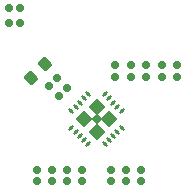
<source format=gbp>
G04*
G04 #@! TF.GenerationSoftware,Altium Limited,Altium Designer,19.0.10 (269)*
G04*
G04 Layer_Color=128*
%FSLAX25Y25*%
%MOIN*%
G70*
G01*
G75*
G04:AMPARAMS|DCode=41|XSize=24.5mil|YSize=26mil|CornerRadius=6.13mil|HoleSize=0mil|Usage=FLASHONLY|Rotation=180.000|XOffset=0mil|YOffset=0mil|HoleType=Round|Shape=RoundedRectangle|*
%AMROUNDEDRECTD41*
21,1,0.02450,0.01375,0,0,180.0*
21,1,0.01225,0.02600,0,0,180.0*
1,1,0.01225,-0.00613,0.00688*
1,1,0.01225,0.00613,0.00688*
1,1,0.01225,0.00613,-0.00688*
1,1,0.01225,-0.00613,-0.00688*
%
%ADD41ROUNDEDRECTD41*%
G04:AMPARAMS|DCode=44|XSize=24.5mil|YSize=26mil|CornerRadius=6.13mil|HoleSize=0mil|Usage=FLASHONLY|Rotation=270.000|XOffset=0mil|YOffset=0mil|HoleType=Round|Shape=RoundedRectangle|*
%AMROUNDEDRECTD44*
21,1,0.02450,0.01375,0,0,270.0*
21,1,0.01225,0.02600,0,0,270.0*
1,1,0.01225,-0.00688,-0.00613*
1,1,0.01225,-0.00688,0.00613*
1,1,0.01225,0.00688,0.00613*
1,1,0.01225,0.00688,-0.00613*
%
%ADD44ROUNDEDRECTD44*%
G04:AMPARAMS|DCode=45|XSize=9.84mil|YSize=23.62mil|CornerRadius=0mil|HoleSize=0mil|Usage=FLASHONLY|Rotation=135.000|XOffset=0mil|YOffset=0mil|HoleType=Round|Shape=Round|*
%AMOVALD45*
21,1,0.01378,0.00984,0.00000,0.00000,225.0*
1,1,0.00984,0.00487,0.00487*
1,1,0.00984,-0.00487,-0.00487*
%
%ADD45OVALD45*%

G04:AMPARAMS|DCode=46|XSize=9.84mil|YSize=23.62mil|CornerRadius=0mil|HoleSize=0mil|Usage=FLASHONLY|Rotation=225.000|XOffset=0mil|YOffset=0mil|HoleType=Round|Shape=Round|*
%AMOVALD46*
21,1,0.01378,0.00984,0.00000,0.00000,315.0*
1,1,0.00984,-0.00487,0.00487*
1,1,0.00984,0.00487,-0.00487*
%
%ADD46OVALD46*%

G04:AMPARAMS|DCode=48|XSize=24.5mil|YSize=26mil|CornerRadius=6.13mil|HoleSize=0mil|Usage=FLASHONLY|Rotation=45.000|XOffset=0mil|YOffset=0mil|HoleType=Round|Shape=RoundedRectangle|*
%AMROUNDEDRECTD48*
21,1,0.02450,0.01375,0,0,45.0*
21,1,0.01225,0.02600,0,0,45.0*
1,1,0.01225,0.00919,-0.00053*
1,1,0.01225,0.00053,-0.00919*
1,1,0.01225,-0.00919,0.00053*
1,1,0.01225,-0.00053,0.00919*
%
%ADD48ROUNDEDRECTD48*%
G04:AMPARAMS|DCode=49|XSize=35mil|YSize=41mil|CornerRadius=8.75mil|HoleSize=0mil|Usage=FLASHONLY|Rotation=225.000|XOffset=0mil|YOffset=0mil|HoleType=Round|Shape=RoundedRectangle|*
%AMROUNDEDRECTD49*
21,1,0.03500,0.02350,0,0,225.0*
21,1,0.01750,0.04100,0,0,225.0*
1,1,0.01750,-0.01450,0.00212*
1,1,0.01750,-0.00212,0.01450*
1,1,0.01750,0.01450,-0.00212*
1,1,0.01750,0.00212,-0.01450*
%
%ADD49ROUNDEDRECTD49*%
G04:AMPARAMS|DCode=61|XSize=39.37mil|YSize=39.37mil|CornerRadius=0mil|HoleSize=0mil|Usage=FLASHONLY|Rotation=225.000|XOffset=0mil|YOffset=0mil|HoleType=Round|Shape=Rectangle|*
%AMROTATEDRECTD61*
4,1,4,0.00000,0.02784,0.02784,0.00000,0.00000,-0.02784,-0.02784,0.00000,0.00000,0.02784,0.0*
%
%ADD61ROTATEDRECTD61*%

G04:AMPARAMS|DCode=62|XSize=39.37mil|YSize=39.37mil|CornerRadius=0mil|HoleSize=0mil|Usage=FLASHONLY|Rotation=315.000|XOffset=0mil|YOffset=0mil|HoleType=Round|Shape=Rectangle|*
%AMROTATEDRECTD62*
4,1,4,-0.02784,0.00000,0.00000,0.02784,0.02784,0.00000,0.00000,-0.02784,-0.02784,0.00000,0.0*
%
%ADD62ROTATEDRECTD62*%

G04:AMPARAMS|DCode=63|XSize=39.37mil|YSize=39.37mil|CornerRadius=0mil|HoleSize=0mil|Usage=FLASHONLY|Rotation=135.000|XOffset=0mil|YOffset=0mil|HoleType=Round|Shape=Rectangle|*
%AMROTATEDRECTD63*
4,1,4,0.02784,0.00000,0.00000,-0.02784,-0.02784,0.00000,0.00000,0.02784,0.02784,0.00000,0.0*
%
%ADD63ROTATEDRECTD63*%

%ADD64P,0.05568X4X90.0*%
%ADD65P,0.03897X4X270.0*%
D41*
X-25462Y31988D02*
D03*
X-29262D02*
D03*
X-25462Y37008D02*
D03*
X-29262D02*
D03*
D44*
X-14764Y-20601D02*
D03*
Y-16801D02*
D03*
X-19783D02*
D03*
Y-20601D02*
D03*
X9843Y-16801D02*
D03*
Y-20601D02*
D03*
X-9843Y-16801D02*
D03*
Y-20601D02*
D03*
X-4921Y-16801D02*
D03*
Y-20601D02*
D03*
X4921Y-16801D02*
D03*
Y-20601D02*
D03*
X14764D02*
D03*
Y-16801D02*
D03*
X21661Y18042D02*
D03*
Y14242D02*
D03*
X26772Y18042D02*
D03*
Y14242D02*
D03*
X6299D02*
D03*
Y18042D02*
D03*
X16535D02*
D03*
Y14242D02*
D03*
X11417Y18042D02*
D03*
Y14242D02*
D03*
D45*
X2784Y8352D02*
D03*
X4176Y6960D02*
D03*
X5568Y5568D02*
D03*
X6960Y4176D02*
D03*
X8352Y2784D02*
D03*
X-2784Y-8352D02*
D03*
X-4176Y-6960D02*
D03*
X-5568Y-5568D02*
D03*
X-6960Y-4176D02*
D03*
X-8352Y-2784D02*
D03*
D46*
X8352D02*
D03*
X6960Y-4176D02*
D03*
X5568Y-5568D02*
D03*
X4176Y-6960D02*
D03*
X2784Y-8352D02*
D03*
X-8352Y2784D02*
D03*
X-6960Y4176D02*
D03*
X-5568Y5568D02*
D03*
X-4176Y6960D02*
D03*
X-2784Y8352D02*
D03*
D48*
X-15910Y11255D02*
D03*
X-13223Y13942D02*
D03*
X-12367Y7712D02*
D03*
X-9680Y10399D02*
D03*
D49*
X-17206Y18475D02*
D03*
X-21873Y13808D02*
D03*
D61*
X-0Y4175D02*
D03*
D62*
X-4176Y-0D02*
D03*
D63*
X4176Y-0D02*
D03*
D64*
X0Y-4176D02*
D03*
D65*
X0Y0D02*
D03*
M02*

</source>
